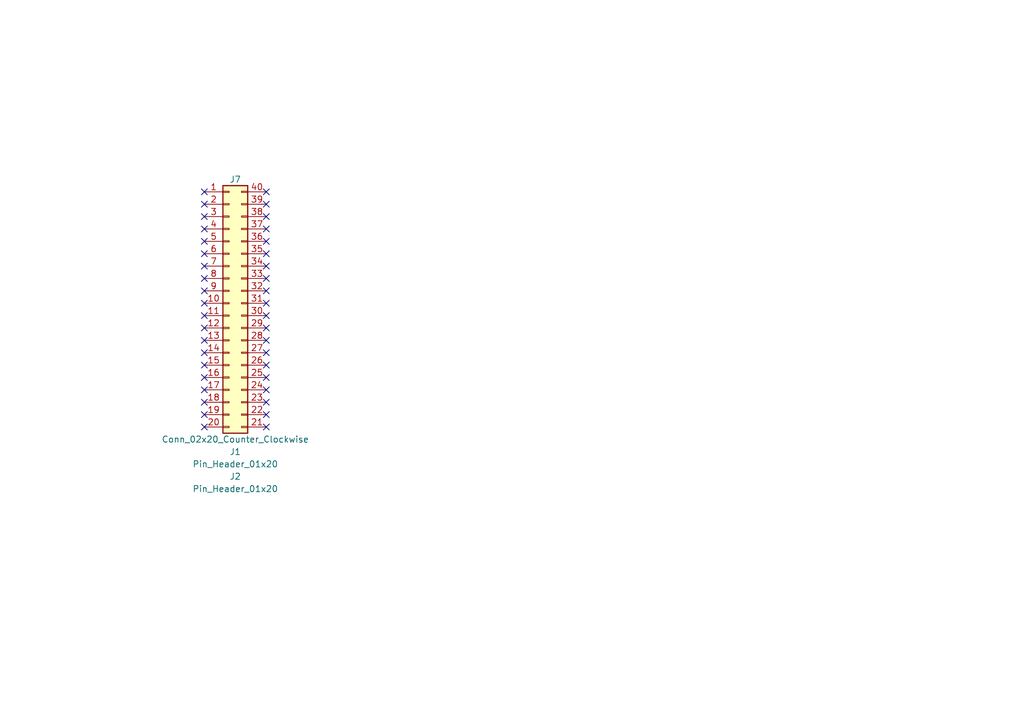
<source format=kicad_sch>
(kicad_sch (version 20250114) (generator "eeschema") (generator_version "9.0")
  (paper "A5")
  (title_block (title "Board 2x20 W22.86") (date "2025-09-29") (rev "V0"))
  (lib_symbols
    (symbol "Connector_Generic:Conn_02x20_Counter_Clockwise" (pin_names (offset 1.016) (hide yes))
      (property "Reference" "J" (at 1.27 25.4 0))
      (property "Value" "Conn_02x20_Counter_Clockwise" (at 1.27 -27.94 0))
      (symbol "Conn_02x20_Counter_Clockwise_1_1"
        (rectangle (start -1.27 24.13) (end 3.81 -26.67) (stroke (width 0.254)) (fill (type background)))
        (rectangle (start -1.27 22.987) (end 0 22.733) (stroke (width 0.1524)))
        (rectangle (start -1.27 20.447) (end 0 20.193) (stroke (width 0.1524)))
        (rectangle (start -1.27 17.907) (end 0 17.653) (stroke (width 0.1524)))
        (rectangle (start -1.27 15.367) (end 0 15.113) (stroke (width 0.1524)))
        (rectangle (start -1.27 12.827) (end 0 12.573) (stroke (width 0.1524)))
        (rectangle (start -1.27 10.287) (end 0 10.033) (stroke (width 0.1524)))
        (rectangle (start -1.27 7.747) (end 0 7.493) (stroke (width 0.1524)))
        (rectangle (start -1.27 5.207) (end 0 4.953) (stroke (width 0.1524)))
        (rectangle (start -1.27 2.667) (end 0 2.413) (stroke (width 0.1524)))
        (rectangle (start -1.27 0.127) (end 0 -0.127) (stroke (width 0.1524)))
        (rectangle (start -1.27 -2.413) (end 0 -2.667) (stroke (width 0.1524)))
        (rectangle (start -1.27 -4.953) (end 0 -5.207) (stroke (width 0.1524)))
        (rectangle (start -1.27 -7.493) (end 0 -7.747) (stroke (width 0.1524)))
        (rectangle (start -1.27 -10.033) (end 0 -10.287) (stroke (width 0.1524)))
        (rectangle (start -1.27 -12.573) (end 0 -12.827) (stroke (width 0.1524)))
        (rectangle (start -1.27 -15.113) (end 0 -15.367) (stroke (width 0.1524)))
        (rectangle (start -1.27 -17.653) (end 0 -17.907) (stroke (width 0.1524)))
        (rectangle (start -1.27 -20.193) (end 0 -20.447) (stroke (width 0.1524)))
        (rectangle (start -1.27 -22.733) (end 0 -22.987) (stroke (width 0.1524)))
        (rectangle (start -1.27 -25.273) (end 0 -25.527) (stroke (width 0.1524)))
        (rectangle (start 3.81 22.987) (end 2.54 22.733) (stroke (width 0.1524)))
        (rectangle (start 3.81 20.447) (end 2.54 20.193) (stroke (width 0.1524)))
        (rectangle (start 3.81 17.907) (end 2.54 17.653) (stroke (width 0.1524)))
        (rectangle (start 3.81 15.367) (end 2.54 15.113) (stroke (width 0.1524)))
        (rectangle (start 3.81 12.827) (end 2.54 12.573) (stroke (width 0.1524)))
        (rectangle (start 3.81 10.287) (end 2.54 10.033) (stroke (width 0.1524)))
        (rectangle (start 3.81 7.747) (end 2.54 7.493) (stroke (width 0.1524)))
        (rectangle (start 3.81 5.207) (end 2.54 4.953) (stroke (width 0.1524)))
        (rectangle (start 3.81 2.667) (end 2.54 2.413) (stroke (width 0.1524)))
        (rectangle (start 3.81 0.127) (end 2.54 -0.127) (stroke (width 0.1524)))
        (rectangle (start 3.81 -2.413) (end 2.54 -2.667) (stroke (width 0.1524)))
        (rectangle (start 3.81 -4.953) (end 2.54 -5.207) (stroke (width 0.1524)))
        (rectangle (start 3.81 -7.493) (end 2.54 -7.747) (stroke (width 0.1524)))
        (rectangle (start 3.81 -10.033) (end 2.54 -10.287) (stroke (width 0.1524)))
        (rectangle (start 3.81 -12.573) (end 2.54 -12.827) (stroke (width 0.1524)))
        (rectangle (start 3.81 -15.113) (end 2.54 -15.367) (stroke (width 0.1524)))
        (rectangle (start 3.81 -17.653) (end 2.54 -17.907) (stroke (width 0.1524)))
        (rectangle (start 3.81 -20.193) (end 2.54 -20.447) (stroke (width 0.1524)))
        (rectangle (start 3.81 -22.733) (end 2.54 -22.987) (stroke (width 0.1524)))
        (rectangle (start 3.81 -25.273) (end 2.54 -25.527) (stroke (width 0.1524)))
        (pin passive line (at -5.08 22.86 0) (length 3.81) (name "Pin_1") (number "1"))
        (pin passive line (at -5.08 20.32 0) (length 3.81) (name "Pin_2") (number "2"))
        (pin passive line (at -5.08 17.78 0) (length 3.81) (name "Pin_3") (number "3"))
        (pin passive line (at -5.08 15.24 0) (length 3.81) (name "Pin_4") (number "4"))
        (pin passive line (at -5.08 12.7 0) (length 3.81) (name "Pin_5") (number "5"))
        (pin passive line (at -5.08 10.16 0) (length 3.81) (name "Pin_6") (number "6"))
        (pin passive line (at -5.08 7.62 0) (length 3.81) (name "Pin_7") (number "7"))
        (pin passive line (at -5.08 5.08 0) (length 3.81) (name "Pin_8") (number "8"))
        (pin passive line (at -5.08 2.54 0) (length 3.81) (name "Pin_9") (number "9"))
        (pin passive line (at -5.08 0 0) (length 3.81) (name "Pin_10") (number "10"))
        (pin passive line (at -5.08 -2.54 0) (length 3.81) (name "Pin_11") (number "11"))
        (pin passive line (at -5.08 -5.08 0) (length 3.81) (name "Pin_12") (number "12"))
        (pin passive line (at -5.08 -7.62 0) (length 3.81) (name "Pin_13") (number "13"))
        (pin passive line (at -5.08 -10.16 0) (length 3.81) (name "Pin_14") (number "14"))
        (pin passive line (at -5.08 -12.7 0) (length 3.81) (name "Pin_15") (number "15"))
        (pin passive line (at -5.08 -15.24 0) (length 3.81) (name "Pin_16") (number "16"))
        (pin passive line (at -5.08 -17.78 0) (length 3.81) (name "Pin_17") (number "17"))
        (pin passive line (at -5.08 -20.32 0) (length 3.81) (name "Pin_18") (number "18"))
        (pin passive line (at -5.08 -22.86 0) (length 3.81) (name "Pin_19") (number "19"))
        (pin passive line (at -5.08 -25.4 0) (length 3.81) (name "Pin_20") (number "20"))
        (pin passive line (at 7.62 22.86 180) (length 3.81) (name "Pin_40") (number "40"))
        (pin passive line (at 7.62 20.32 180) (length 3.81) (name "Pin_39") (number "39"))
        (pin passive line (at 7.62 17.78 180) (length 3.81) (name "Pin_38") (number "38"))
        (pin passive line (at 7.62 15.24 180) (length 3.81) (name "Pin_37") (number "37"))
        (pin passive line (at 7.62 12.7 180) (length 3.81) (name "Pin_36") (number "36"))
        (pin passive line (at 7.62 10.16 180) (length 3.81) (name "Pin_35") (number "35"))
        (pin passive line (at 7.62 7.62 180) (length 3.81) (name "Pin_34") (number "34"))
        (pin passive line (at 7.62 5.08 180) (length 3.81) (name "Pin_33") (number "33"))
        (pin passive line (at 7.62 2.54 180) (length 3.81) (name "Pin_32") (number "32"))
        (pin passive line (at 7.62 0 180) (length 3.81) (name "Pin_31") (number "31"))
        (pin passive line (at 7.62 -2.54 180) (length 3.81) (name "Pin_30") (number "30"))
        (pin passive line (at 7.62 -5.08 180) (length 3.81) (name "Pin_29") (number "29"))
        (pin passive line (at 7.62 -7.62 180) (length 3.81) (name "Pin_28") (number "28"))
        (pin passive line (at 7.62 -10.16 180) (length 3.81) (name "Pin_27") (number "27"))
        (pin passive line (at 7.62 -12.7 180) (length 3.81) (name "Pin_26") (number "26"))
        (pin passive line (at 7.62 -15.24 180) (length 3.81) (name "Pin_25") (number "25"))
        (pin passive line (at 7.62 -17.78 180) (length 3.81) (name "Pin_24") (number "24"))
        (pin passive line (at 7.62 -20.32 180) (length 3.81) (name "Pin_23") (number "23"))
        (pin passive line (at 7.62 -22.86 180) (length 3.81) (name "Pin_22") (number "22"))
        (pin passive line (at 7.62 -25.4 180) (length 3.81) (name "Pin_21") (number "21"))
      )
    )
    (symbol "HCP65:Pin_Header_01x20" (pin_names (offset 1.016) (hide yes))
      (property "Reference" "J" (at 0 1.27 0))
      (property "Value" "Pin_Header_01x20" (at 0 -1.27 0))
    )
  )
  (no_connect (at 41.91 39.37))
  (no_connect (at 41.91 44.45))
  (no_connect (at 41.91 87.63))
  (no_connect (at 41.91 64.77))
  (no_connect (at 54.61 82.55))
  (no_connect (at 54.61 74.93))
  (no_connect (at 54.61 77.47))
  (no_connect (at 41.91 67.31))
  (no_connect (at 54.61 54.61))
  (no_connect (at 54.61 49.53))
  (no_connect (at 41.91 46.99))
  (no_connect (at 54.61 44.45))
  (no_connect (at 54.61 52.07))
  (no_connect (at 54.61 59.69))
  (no_connect (at 41.91 54.61))
  (no_connect (at 41.91 72.39))
  (no_connect (at 54.61 87.63))
  (no_connect (at 41.91 82.55))
  (no_connect (at 41.91 52.07))
  (no_connect (at 54.61 57.15))
  (no_connect (at 41.91 80.01))
  (no_connect (at 54.61 46.99))
  (no_connect (at 54.61 69.85))
  (no_connect (at 41.91 69.85))
  (no_connect (at 41.91 74.93))
  (no_connect (at 54.61 39.37))
  (no_connect (at 41.91 57.15))
  (no_connect (at 54.61 64.77))
  (no_connect (at 54.61 67.31))
  (no_connect (at 54.61 85.09))
  (no_connect (at 41.91 85.09))
  (no_connect (at 41.91 59.69))
  (no_connect (at 54.61 62.23))
  (no_connect (at 41.91 77.47))
  (no_connect (at 41.91 62.23))
  (no_connect (at 54.61 41.91))
  (no_connect (at 41.91 49.53))
  (no_connect (at 54.61 72.39))
  (no_connect (at 41.91 41.91))
  (no_connect (at 54.61 80.01))
  (symbol (lib_id "Connector_Generic:Conn_02x20_Counter_Clockwise") (at 46.99 62.23 0) (unit 1)
    (property "Reference" "J7" (at 48.26 36.83 0))
    (property "Value" "Conn_02x20_Counter_Clockwise" (at 48.26 90.17 0))
    (property "Description" "Generic connector, double row, 02x20, counter clockwise pin numbering scheme (similar to DIP package numbering), script generated (kicad-library-utils/schlib/autogen/connector/)" (effects (hide yes)))
  )
  (symbol (lib_id "HCP65:Pin_Header_01x20") (at 48.26 93.98 0) (mirror y) (unit 1)
    (property "Reference" "J1" (at 48.26 92.71 0))
    (property "Value" "Pin_Header_01x20" (at 48.26 95.25 0))
    (property "Footprint" "SamacSys_Parts:PinHeader_1x20_P2.54mm_Vertical" (effects (hide yes)))
  )
  (symbol (lib_id "HCP65:Pin_Header_01x20") (at 48.26 99.06 0) (unit 1)
    (property "Reference" "J2" (at 48.26 97.79 0))
    (property "Value" "Pin_Header_01x20" (at 48.26 100.33 0))
    (property "Footprint" "SamacSys_Parts:PinHeader_1x20_P2.54mm_Vertical" (effects (hide yes)))
  )
)
</source>
